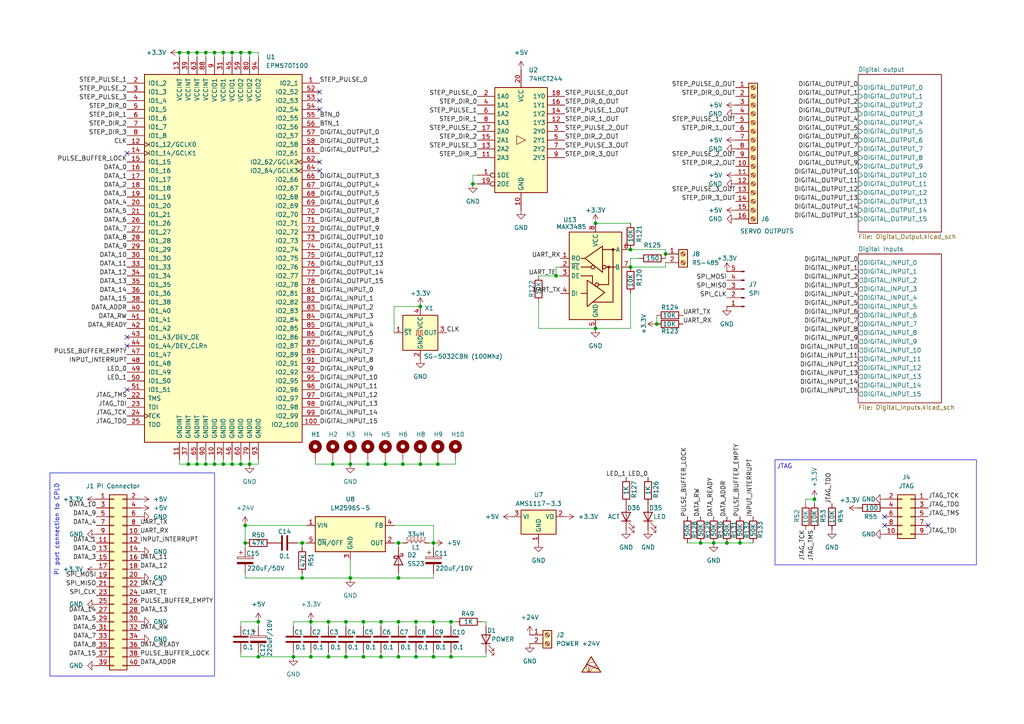
<source format=kicad_sch>
(kicad_sch (version 20231120) (generator "eeschema") (generator_version "8.0")
  (paper "A4")
  (junction (at 161.29 80.01))
  (junction (at 115.57 180.34))
  (junction (at 210.82 157.48))
  (junction (at 121.92 134.62))
  (junction (at 115.57 157.48))
  (junction (at 72.39 134.62))
  (junction (at 62.23 15.24))
  (junction (at 130.81 180.34))
  (junction (at 214.63 157.48))
  (junction (at 64.77 134.62))
  (junction (at 130.81 190.5))
  (junction (at 182.88 72.39))
  (junction (at 172.72 95.25))
  (junction (at 67.31 15.24))
  (junction (at 236.22 144.78))
  (junction (at 190.5 93.98))
  (junction (at 59.69 134.62))
  (junction (at 62.23 134.62))
  (junction (at 105.41 190.5))
  (junction (at 71.12 157.48))
  (junction (at 110.49 180.34))
  (junction (at 95.25 180.34))
  (junction (at 57.15 15.24))
  (junction (at 74.93 180.34))
  (junction (at 57.15 134.62))
  (junction (at 95.25 190.5))
  (junction (at 125.73 190.5))
  (junction (at 127 134.62))
  (junction (at 116.84 134.62))
  (junction (at 90.17 180.34))
  (junction (at 106.68 134.62))
  (junction (at 111.76 134.62))
  (junction (at 54.61 134.62))
  (junction (at 69.85 15.24))
  (junction (at 67.31 134.62))
  (junction (at 182.88 77.47))
  (junction (at 101.6 167.64))
  (junction (at 72.39 15.24))
  (junction (at 74.93 190.5))
  (junction (at 120.65 180.34))
  (junction (at 69.85 134.62))
  (junction (at 137.16 53.34))
  (junction (at 90.17 190.5))
  (junction (at 115.57 167.64))
  (junction (at 85.09 190.5))
  (junction (at 207.01 157.48))
  (junction (at 115.57 190.5))
  (junction (at 125.73 157.48))
  (junction (at 100.33 190.5))
  (junction (at 101.6 134.62))
  (junction (at 203.2 157.48))
  (junction (at 172.72 64.77))
  (junction (at 105.41 180.34))
  (junction (at 64.77 15.24))
  (junction (at 121.92 88.9))
  (junction (at 87.63 157.48))
  (junction (at 125.73 180.34))
  (junction (at 100.33 180.34))
  (junction (at 110.49 190.5))
  (junction (at 59.69 15.24))
  (junction (at 54.61 15.24))
  (junction (at 52.07 15.24))
  (junction (at 120.65 190.5))
  (junction (at 87.63 167.64))
  (junction (at 96.52 134.62))
  (junction (at 71.12 152.4))
  (junction (at 193.04 73.66))
  (no_connect (at 92.71 46.99))
  (no_connect (at 256.54 149.86))
  (no_connect (at 92.71 26.67))
  (no_connect (at 36.83 100.33))
  (no_connect (at 36.83 113.03))
  (no_connect (at 92.71 29.21))
  (no_connect (at 36.83 44.45))
  (no_connect (at 92.71 31.75))
  (no_connect (at 269.24 152.4))
  (no_connect (at 256.54 152.4))
  (no_connect (at 92.71 49.53))
  (no_connect (at 36.83 97.79))
  (wire (pts (xy 100.33 190.5) (xy 105.41 190.5)))
  (wire (pts (xy 132.08 134.62) (xy 132.08 133.35)))
  (wire (pts (xy 172.72 95.25) (xy 156.21 95.25)))
  (wire (pts (xy 85.09 190.5) (xy 90.17 190.5)))
  (wire (pts (xy 172.72 64.77) (xy 182.88 64.77)))
  (wire (pts (xy 130.81 180.34) (xy 130.81 181.61)))
  (wire (pts (xy 203.2 157.48) (xy 207.01 157.48)))
  (wire (pts (xy 137.16 50.8) (xy 137.16 53.34)))
  (wire (pts (xy 114.3 152.4) (xy 125.73 152.4)))
  (wire (pts (xy 116.84 134.62) (xy 121.92 134.62)))
  (wire (pts (xy 96.52 134.62) (xy 101.6 134.62)))
  (wire (pts (xy 90.17 180.34) (xy 95.25 180.34)))
  (wire (pts (xy 110.49 189.23) (xy 110.49 190.5)))
  (wire (pts (xy 130.81 190.5) (xy 140.97 190.5)))
  (wire (pts (xy 125.73 180.34) (xy 125.73 181.61)))
  (wire (pts (xy 64.77 15.24) (xy 67.31 15.24)))
  (wire (pts (xy 69.85 180.34) (xy 74.93 180.34)))
  (wire (pts (xy 52.07 15.24) (xy 54.61 15.24)))
  (wire (pts (xy 115.57 167.64) (xy 125.73 167.64)))
  (wire (pts (xy 130.81 180.34) (xy 132.08 180.34)))
  (wire (pts (xy 114.3 157.48) (xy 115.57 157.48)))
  (wire (pts (xy 130.81 190.5) (xy 130.81 189.23)))
  (wire (pts (xy 95.25 189.23) (xy 95.25 190.5)))
  (wire (pts (xy 182.88 72.39) (xy 193.04 72.39)))
  (wire (pts (xy 140.97 180.34) (xy 140.97 181.61)))
  (wire (pts (xy 125.73 190.5) (xy 130.81 190.5)))
  (wire (pts (xy 52.07 134.62) (xy 54.61 134.62)))
  (wire (pts (xy 127 134.62) (xy 132.08 134.62)))
  (wire (pts (xy 236.22 144.78) (xy 236.22 146.05)))
  (wire (pts (xy 161.29 77.47) (xy 161.29 80.01)))
  (wire (pts (xy 71.12 157.48) (xy 71.12 158.75)))
  (wire (pts (xy 87.63 157.48) (xy 87.63 158.75)))
  (wire (pts (xy 74.93 189.23) (xy 74.93 190.5)))
  (wire (pts (xy 71.12 152.4) (xy 71.12 157.48)))
  (wire (pts (xy 52.07 16.51) (xy 52.07 15.24)))
  (wire (pts (xy 62.23 134.62) (xy 64.77 134.62)))
  (wire (pts (xy 114.3 88.9) (xy 114.3 96.52)))
  (wire (pts (xy 182.88 77.47) (xy 193.04 77.47)))
  (wire (pts (xy 156.21 80.01) (xy 161.29 80.01)))
  (wire (pts (xy 162.56 77.47) (xy 161.29 77.47)))
  (wire (pts (xy 120.65 189.23) (xy 120.65 190.5)))
  (wire (pts (xy 101.6 134.62) (xy 106.68 134.62)))
  (wire (pts (xy 182.88 95.25) (xy 172.72 95.25)))
  (wire (pts (xy 62.23 15.24) (xy 64.77 15.24)))
  (wire (pts (xy 125.73 157.48) (xy 125.73 158.75)))
  (wire (pts (xy 120.65 180.34) (xy 120.65 181.61)))
  (wire (pts (xy 64.77 134.62) (xy 67.31 134.62)))
  (wire (pts (xy 100.33 180.34) (xy 105.41 180.34)))
  (wire (pts (xy 59.69 15.24) (xy 59.69 16.51)))
  (wire (pts (xy 87.63 157.48) (xy 88.9 157.48)))
  (wire (pts (xy 69.85 133.35) (xy 69.85 134.62)))
  (wire (pts (xy 74.93 133.35) (xy 74.93 134.62)))
  (wire (pts (xy 72.39 133.35) (xy 72.39 134.62)))
  (wire (pts (xy 110.49 180.34) (xy 115.57 180.34)))
  (wire (pts (xy 54.61 134.62) (xy 57.15 134.62)))
  (wire (pts (xy 91.44 133.35) (xy 91.44 134.62)))
  (wire (pts (xy 67.31 133.35) (xy 67.31 134.62)))
  (wire (pts (xy 90.17 180.34) (xy 90.17 181.61)))
  (wire (pts (xy 64.77 133.35) (xy 64.77 134.62)))
  (wire (pts (xy 59.69 15.24) (xy 62.23 15.24)))
  (wire (pts (xy 106.68 134.62) (xy 111.76 134.62)))
  (wire (pts (xy 71.12 167.64) (xy 87.63 167.64)))
  (wire (pts (xy 67.31 15.24) (xy 67.31 16.51)))
  (wire (pts (xy 96.52 133.35) (xy 96.52 134.62)))
  (wire (pts (xy 72.39 134.62) (xy 74.93 134.62)))
  (wire (pts (xy 67.31 15.24) (xy 69.85 15.24)))
  (wire (pts (xy 105.41 180.34) (xy 105.41 181.61)))
  (wire (pts (xy 57.15 15.24) (xy 57.15 16.51)))
  (wire (pts (xy 137.16 53.34) (xy 138.43 53.34)))
  (wire (pts (xy 125.73 157.48) (xy 124.46 157.48)))
  (wire (pts (xy 116.84 133.35) (xy 116.84 134.62)))
  (wire (pts (xy 138.43 50.8) (xy 137.16 50.8)))
  (wire (pts (xy 69.85 181.61) (xy 69.85 180.34)))
  (wire (pts (xy 182.88 85.09) (xy 182.88 95.25)))
  (wire (pts (xy 120.65 190.5) (xy 125.73 190.5)))
  (wire (pts (xy 207.01 157.48) (xy 210.82 157.48)))
  (wire (pts (xy 125.73 180.34) (xy 130.81 180.34)))
  (wire (pts (xy 59.69 134.62) (xy 62.23 134.62)))
  (wire (pts (xy 125.73 167.64) (xy 125.73 166.37)))
  (wire (pts (xy 69.85 15.24) (xy 69.85 16.51)))
  (wire (pts (xy 105.41 189.23) (xy 105.41 190.5)))
  (wire (pts (xy 69.85 190.5) (xy 74.93 190.5)))
  (wire (pts (xy 91.44 134.62) (xy 96.52 134.62)))
  (wire (pts (xy 193.04 74.93) (xy 193.04 73.66)))
  (wire (pts (xy 57.15 134.62) (xy 59.69 134.62)))
  (wire (pts (xy 100.33 180.34) (xy 100.33 181.61)))
  (wire (pts (xy 111.76 133.35) (xy 111.76 134.62)))
  (wire (pts (xy 90.17 189.23) (xy 90.17 190.5)))
  (wire (pts (xy 71.12 166.37) (xy 71.12 167.64)))
  (wire (pts (xy 233.68 144.78) (xy 236.22 144.78)))
  (wire (pts (xy 101.6 162.56) (xy 101.6 167.64)))
  (wire (pts (xy 85.09 189.23) (xy 85.09 190.5)))
  (wire (pts (xy 69.85 189.23) (xy 69.85 190.5)))
  (wire (pts (xy 52.07 133.35) (xy 52.07 134.62)))
  (wire (pts (xy 193.04 77.47) (xy 193.04 76.2)))
  (wire (pts (xy 95.25 190.5) (xy 100.33 190.5)))
  (wire (pts (xy 110.49 180.34) (xy 110.49 181.61)))
  (wire (pts (xy 105.41 180.34) (xy 110.49 180.34)))
  (wire (pts (xy 62.23 15.24) (xy 62.23 16.51)))
  (wire (pts (xy 74.93 181.61) (xy 74.93 180.34)))
  (wire (pts (xy 88.9 152.4) (xy 71.12 152.4)))
  (wire (pts (xy 87.63 166.37) (xy 87.63 167.64)))
  (wire (pts (xy 190.5 93.98) (xy 190.5 91.44)))
  (wire (pts (xy 156.21 95.25) (xy 156.21 87.63)))
  (wire (pts (xy 214.63 157.48) (xy 218.44 157.48)))
  (wire (pts (xy 54.61 133.35) (xy 54.61 134.62)))
  (wire (pts (xy 115.57 157.48) (xy 115.57 158.75)))
  (wire (pts (xy 67.31 134.62) (xy 69.85 134.62)))
  (wire (pts (xy 199.39 157.48) (xy 203.2 157.48)))
  (wire (pts (xy 86.36 157.48) (xy 87.63 157.48)))
  (wire (pts (xy 182.88 74.93) (xy 182.88 77.47)))
  (wire (pts (xy 95.25 180.34) (xy 100.33 180.34)))
  (wire (pts (xy 125.73 152.4) (xy 125.73 157.48)))
  (wire (pts (xy 120.65 180.34) (xy 125.73 180.34)))
  (wire (pts (xy 185.42 74.93) (xy 182.88 74.93)))
  (wire (pts (xy 121.92 88.9) (xy 114.3 88.9)))
  (wire (pts (xy 110.49 190.5) (xy 115.57 190.5)))
  (wire (pts (xy 125.73 189.23) (xy 125.73 190.5)))
  (wire (pts (xy 95.25 180.34) (xy 95.25 181.61)))
  (wire (pts (xy 140.97 190.5) (xy 140.97 189.23)))
  (wire (pts (xy 85.09 180.34) (xy 85.09 181.61)))
  (wire (pts (xy 233.68 146.05) (xy 233.68 144.78)))
  (wire (pts (xy 115.57 180.34) (xy 120.65 180.34)))
  (wire (pts (xy 127 133.35) (xy 127 134.62)))
  (wire (pts (xy 64.77 15.24) (xy 64.77 16.51)))
  (wire (pts (xy 193.04 72.39) (xy 193.04 73.66)))
  (wire (pts (xy 161.29 80.01) (xy 162.56 80.01)))
  (wire (pts (xy 115.57 190.5) (xy 120.65 190.5)))
  (wire (pts (xy 85.09 180.34) (xy 90.17 180.34)))
  (wire (pts (xy 115.57 180.34) (xy 115.57 181.61)))
  (wire (pts (xy 54.61 15.24) (xy 54.61 16.51)))
  (wire (pts (xy 111.76 134.62) (xy 116.84 134.62)))
  (wire (pts (xy 106.68 133.35) (xy 106.68 134.62)))
  (wire (pts (xy 57.15 133.35) (xy 57.15 134.62)))
  (wire (pts (xy 139.7 180.34) (xy 140.97 180.34)))
  (wire (pts (xy 115.57 189.23) (xy 115.57 190.5)))
  (wire (pts (xy 74.93 190.5) (xy 85.09 190.5)))
  (wire (pts (xy 72.39 15.24) (xy 72.39 16.51)))
  (wire (pts (xy 101.6 167.64) (xy 115.57 167.64)))
  (wire (pts (xy 115.57 157.48) (xy 116.84 157.48)))
  (wire (pts (xy 74.93 15.24) (xy 74.93 16.51)))
  (wire (pts (xy 115.57 167.64) (xy 115.57 166.37)))
  (wire (pts (xy 72.39 15.24) (xy 74.93 15.24)))
  (wire (pts (xy 90.17 190.5) (xy 95.25 190.5)))
  (wire (pts (xy 54.61 15.24) (xy 57.15 15.24)))
  (wire (pts (xy 121.92 133.35) (xy 121.92 134.62)))
  (wire (pts (xy 210.82 157.48) (xy 214.63 157.48)))
  (wire (pts (xy 69.85 134.62) (xy 72.39 134.62)))
  (wire (pts (xy 59.69 133.35) (xy 59.69 134.62)))
  (wire (pts (xy 121.92 134.62) (xy 127 134.62)))
  (wire (pts (xy 87.63 167.64) (xy 101.6 167.64)))
  (wire (pts (xy 62.23 133.35) (xy 62.23 134.62)))
  (wire (pts (xy 57.15 15.24) (xy 59.69 15.24)))
  (wire (pts (xy 101.6 133.35) (xy 101.6 134.62)))
  (wire (pts (xy 105.41 190.5) (xy 110.49 190.5)))
  (wire (pts (xy 69.85 15.24) (xy 72.39 15.24)))
  (wire (pts (xy 100.33 189.23) (xy 100.33 190.5)))
  (rectangle (start 224.79 133.35) (end 283.21 163.83))
  (rectangle (start 14.478 137.16) (end 62.23 196.088))
  (text "PI port connection to CPLD" (at 16.51 153.67 90) (effects (font (size 1.27 1.27))))
  (text "JTAG" (at 227.584 135.382 0) (effects (font (size 1.27 1.27))))
  (label "DATA_6" (at 36.83 64.77 180))
  (label "DIGITAL_INPUT_11" (at 248.92 104.14 180))
  (label "DATA_13" (at 36.83 82.55 180))
  (label "DIGITAL_INPUT_13" (at 92.71 118.11 0))
  (label "DIGITAL_OUTPUT_9" (at 248.92 48.26 180))
  (label "JTAG_TCK" (at 233.68 153.67 270))
  (label "PULSE_BUFFER_EMPTY" (at 36.83 102.87 180))
  (label "STEP_DIR_1" (at 138.43 35.56 180))
  (label "DIGITAL_OUTPUT_14" (at 92.71 80.01 0))
  (label "DIGITAL_INPUT_12" (at 92.71 115.57 0))
  (label "DIGITAL_OUTPUT_3" (at 92.71 52.07 0))
  (label "DIGITAL_OUTPUT_7" (at 248.92 43.18 180))
  (label "STEP_PULSE_0_OUT" (at 213.36 25.4 180))
  (label "DIGITAL_OUTPUT_8" (at 248.92 45.72 180))
  (label "DATA_2" (at 36.83 54.61 180))
  (label "STEP_PULSE_3_OUT" (at 213.36 55.88 180))
  (label "STEP_DIR_2" (at 36.83 36.83 180))
  (label "DIGITAL_INPUT_7" (at 248.92 93.98 180))
  (label "JTAG_TDI" (at 36.83 118.11 180))
  (label "DIGITAL_INPUT_8" (at 248.92 96.52 180))
  (label "DIGITAL_OUTPUT_11" (at 248.92 53.34 180))
  (label "DIGITAL_INPUT_0" (at 92.71 85.09 0))
  (label "DIGITAL_OUTPUT_10" (at 92.71 69.85 0))
  (label "PULSE_BUFFER_EMPTY" (at 214.63 149.86 90))
  (label "JTAG_TCK" (at 269.24 144.78 0))
  (label "DIGITAL_OUTPUT_13" (at 248.92 58.42 180))
  (label "DIGITAL_INPUT_13" (at 248.92 109.22 180))
  (label "STEP_DIR_2_OUT" (at 213.36 48.26 180))
  (label "STEP_DIR_1" (at 36.83 34.29 180))
  (label "JTAG_TDO" (at 36.83 123.19 180))
  (label "DATA_2" (at 40.64 170.18 0))
  (label "STEP_DIR_3" (at 138.43 45.72 180))
  (label "PULSE_BUFFER_LOCK" (at 40.64 190.5 0))
  (label "STEP_PULSE_2" (at 36.83 26.67 180))
  (label "DATA_ADDR" (at 36.83 90.17 180))
  (label "INPUT_INTERRUPT" (at 36.83 105.41 180))
  (label "DIGITAL_OUTPUT_12" (at 248.92 55.88 180))
  (label "DATA_7" (at 36.83 67.31 180))
  (label "PULSE_BUFFER_LOCK" (at 199.39 149.86 90))
  (label "UART_TX" (at 162.56 85.09 180))
  (label "DIGITAL_OUTPUT_8" (at 92.71 64.77 0))
  (label "INPUT_INTERRUPT" (at 40.64 157.48 0))
  (label "DATA_ADDR" (at 40.64 193.04 0))
  (label "DATA_6" (at 27.94 182.88 180))
  (label "UART_TX" (at 198.12 91.44 0))
  (label "DIGITAL_INPUT_10" (at 92.71 110.49 0))
  (label "STEP_PULSE_1_OUT" (at 163.83 33.02 0))
  (label "DIGITAL_INPUT_11" (at 92.71 113.03 0))
  (label "STEP_DIR_2_OUT" (at 163.83 40.64 0))
  (label "STEP_DIR_3_OUT" (at 213.36 58.42 180))
  (label "LED_1" (at 36.83 110.49 180))
  (label "STEP_PULSE_0" (at 92.71 24.13 0))
  (label "DIGITAL_INPUT_14" (at 248.92 111.76 180))
  (label "DIGITAL_INPUT_1" (at 92.71 87.63 0))
  (label "DIGITAL_OUTPUT_2" (at 248.92 30.48 180))
  (label "DIGITAL_INPUT_1" (at 248.92 78.74 180))
  (label "DATA_RW" (at 203.2 149.86 90))
  (label "DATA_3" (at 27.94 162.56 180))
  (label "DIGITAL_INPUT_10" (at 248.92 101.6 180))
  (label "STEP_DIR_0_OUT" (at 163.83 30.48 0))
  (label "DIGITAL_INPUT_6" (at 92.71 100.33 0))
  (label "DATA_15" (at 27.94 190.5 180))
  (label "STEP_DIR_1_OUT" (at 163.83 35.56 0))
  (label "DIGITAL_OUTPUT_10" (at 248.92 50.8 180))
  (label "UART_RX" (at 40.64 154.94 0))
  (label "STEP_DIR_0" (at 138.43 30.48 180))
  (label "DATA_RW" (at 36.83 92.71 180))
  (label "DATA_10" (at 27.94 147.32 180))
  (label "STEP_DIR_0_OUT" (at 213.36 27.94 180))
  (label "DIGITAL_INPUT_7" (at 92.71 102.87 0))
  (label "DIGITAL_OUTPUT_5" (at 248.92 38.1 180))
  (label "SPI_CLK" (at 27.94 172.72 180))
  (label "DIGITAL_OUTPUT_13" (at 92.71 77.47 0))
  (label "DIGITAL_INPUT_9" (at 92.71 107.95 0))
  (label "DATA_5" (at 36.83 62.23 180))
  (label "BTN_0" (at 92.71 34.29 0))
  (label "JTAG_TMS" (at 236.22 153.67 270))
  (label "DIGITAL_INPUT_15" (at 92.71 123.19 0))
  (label "UART_RX" (at 198.12 93.98 0))
  (label "DIGITAL_OUTPUT_1" (at 248.92 27.94 180))
  (label "DATA_8" (at 27.94 187.96 180))
  (label "STEP_PULSE_1" (at 36.83 24.13 180))
  (label "DIGITAL_OUTPUT_1" (at 92.71 41.91 0))
  (label "CLK" (at 129.54 96.52 0))
  (label "DATA_12" (at 40.64 165.1 0))
  (label "STEP_PULSE_3" (at 138.43 43.18 180))
  (label "DIGITAL_OUTPUT_9" (at 92.71 67.31 0))
  (label "DATA_4" (at 27.94 152.4 180))
  (label "DATA_5" (at 27.94 180.34 180))
  (label "DATA_12" (at 36.83 80.01 180))
  (label "CLK" (at 36.83 41.91 180))
  (label "STEP_DIR_3" (at 36.83 39.37 180))
  (label "DATA_15" (at 36.83 87.63 180))
  (label "DIGITAL_INPUT_14" (at 92.71 120.65 0))
  (label "DATA_8" (at 36.83 69.85 180))
  (label "SPI_MOSI" (at 210.82 81.28 180))
  (label "UART_RX" (at 162.56 74.93 180))
  (label "DIGITAL_INPUT_3" (at 248.92 83.82 180))
  (label "DIGITAL_OUTPUT_12" (at 92.71 74.93 0))
  (label "DATA_1" (at 27.94 157.48 180))
  (label "SPI_CLK" (at 210.82 86.36 180))
  (label "DIGITAL_INPUT_8" (at 92.71 105.41 0))
  (label "STEP_DIR_0" (at 36.83 31.75 180))
  (label "DIGITAL_OUTPUT_15" (at 248.92 63.5 180))
  (label "JTAG_TMS" (at 269.24 149.86 0))
  (label "DATA_RW" (at 40.64 182.88 0))
  (label "STEP_PULSE_3_OUT" (at 163.83 43.18 0))
  (label "DIGITAL_OUTPUT_5" (at 92.71 57.15 0))
  (label "DATA_9" (at 27.94 149.86 180))
  (label "SPI_MOSI" (at 27.94 167.64 180))
  (label "JTAG_TMS" (at 36.83 115.57 180))
  (label "DIGITAL_INPUT_3" (at 92.71 92.71 0))
  (label "STEP_PULSE_0" (at 138.43 27.94 180))
  (label "DIGITAL_OUTPUT_0" (at 92.71 39.37 0))
  (label "DIGITAL_INPUT_4" (at 248.92 86.36 180))
  (label "DATA_3" (at 36.83 57.15 180))
  (label "DATA_13" (at 40.64 177.8 0))
  (label "DIGITAL_OUTPUT_15" (at 92.71 82.55 0))
  (label "DATA_4" (at 36.83 59.69 180))
  (label "DIGITAL_OUTPUT_4" (at 248.92 35.56 180))
  (label "STEP_PULSE_2_OUT" (at 163.83 38.1 0))
  (label "DIGITAL_INPUT_9" (at 248.92 99.06 180))
  (label "BTN_1" (at 92.71 36.83 0))
  (label "DIGITAL_OUTPUT_3" (at 248.92 33.02 180))
  (label "STEP_PULSE_2" (at 138.43 38.1 180))
  (label "DIGITAL_OUTPUT_11" (at 92.71 72.39 0))
  (label "DATA_14" (at 36.83 85.09 180))
  (label "DIGITAL_OUTPUT_0" (at 248.92 25.4 180))
  (label "DIGITAL_OUTPUT_14" (at 248.92 60.96 180))
  (label "PULSE_BUFFER_EMPTY" (at 40.64 175.26 0))
  (label "LED_1" (at 181.61 138.43 180))
  (label "DIGITAL_INPUT_4" (at 92.71 95.25 0))
  (label "INPUT_INTERRUPT" (at 218.44 149.86 90))
  (label "DATA_14" (at 27.94 177.8 180))
  (label "DIGITAL_INPUT_2" (at 92.71 90.17 0))
  (label "DATA_1" (at 36.83 52.07 180))
  (label "DATA_0" (at 36.83 49.53 180))
  (label "DATA_READY" (at 40.64 187.96 0))
  (label "DATA_0" (at 27.94 160.02 180))
  (label "STEP_PULSE_1" (at 138.43 33.02 180))
  (label "DIGITAL_OUTPUT_6" (at 92.71 59.69 0))
  (label "DATA_11" (at 36.83 77.47 180))
  (label "PULSE_BUFFER_LOCK" (at 36.83 46.99 180))
  (label "JTAG_TDO" (at 241.3 146.05 90))
  (label "DATA_READY" (at 36.83 95.25 180))
  (label "DIGITAL_INPUT_0" (at 248.92 76.2 180))
  (label "STEP_PULSE_1_OUT" (at 213.36 35.56 180))
  (label "STEP_PULSE_0_OUT" (at 163.83 27.94 0))
  (label "DIGITAL_INPUT_2" (at 248.92 81.28 180))
  (label "DATA_7" (at 27.94 185.42 180))
  (label "DIGITAL_INPUT_5" (at 92.71 97.79 0))
  (label "UART_TE" (at 40.64 172.72 0))
  (label "STEP_DIR_2" (at 138.43 40.64 180))
  (label "DIGITAL_INPUT_12" (at 248.92 106.68 180))
  (label "UART_TX" (at 40.64 152.4 0))
  (label "DIGITAL_OUTPUT_7" (at 92.71 62.23 0))
  (label "STEP_DIR_3_OUT" (at 163.83 45.72 0))
  (label "DATA_10" (at 36.83 74.93 180))
  (label "LED_0" (at 187.96 138.43 180))
  (label "LED_0" (at 36.83 107.95 180))
  (label "DIGITAL_INPUT_6" (at 248.92 91.44 180))
  (label "UART_TE" (at 161.29 80.01 180))
  (label "STEP_PULSE_3" (at 36.83 29.21 180))
  (label "DATA_READY" (at 207.01 149.86 90))
  (label "DATA_11" (at 40.64 162.56 0))
  (label "SPI_MISO" (at 210.82 83.82 180))
  (label "DATA_9" (at 36.83 72.39 180))
  (label "STEP_DIR_1_OUT" (at 213.36 38.1 180))
  (label "DIGITAL_OUTPUT_4" (at 92.71 54.61 0))
  (label "SPI_MISO" (at 27.94 170.18 180))
  (label "JTAG_TCK" (at 36.83 120.65 180))
  (label "DIGITAL_OUTPUT_2" (at 92.71 44.45 0))
  (label "DATA_ADDR" (at 210.82 149.86 90))
  (label "JTAG_TDI" (at 269.24 154.94 0))
  (label "STEP_PULSE_2_OUT" (at 213.36 45.72 180))
  (label "DIGITAL_OUTPUT_6" (at 248.92 40.64 180))
  (label "DIGITAL_INPUT_15" (at 248.92 114.3 180))
  (label "JTAG_TDO" (at 269.24 147.32 0))
  (label "DIGITAL_INPUT_5" (at 248.92 88.9 180))
  (symbol (lib_id "Mechanical:MountingHole_Pad") (at 111.76 130.81 0) (unit 1) (exclude_from_sim yes) (in_bom no)
    (property "Reference" "H5" (at 110.49 125.984 0) (effects (justify left)))
    (property "Value" "MountingHole_Pad" (effects (hide yes)))
    (property "Footprint" "MountingHole:MountingHole_2.7mm_M2.5_ISO7380_Pad" (effects (hide yes)))
    (property "Description" "Mounting Hole with connection" (effects (hide yes)))
  )
  (symbol (lib_id "power:GND") (at 213.36 63.5 270) (unit 1)
    (property "Reference" "#PWR076" (effects (hide yes)))
    (property "Value" "GND" (at 209.55 63.4999 90) (effects (justify right)))
    (property "Description" "Power symbol creates a global label with name \"GND\" , ground" (effects (hide yes)))
  )
  (symbol (lib_id "Device:R") (at 156.21 83.82 0) (unit 1)
    (property "Reference" "R122" (at 154.178 86.36 90) (effects (justify left)))
    (property "Value" "10K" (at 156.21 85.598 90) (effects (justify left)))
    (property "Footprint" "Resistor_SMD:R_0603_1608Metric" (effects (hide yes)))
    (property "Description" "Resistor" (effects (hide yes)))
  )
  (symbol (lib_id "Device:C") (at 130.81 185.42 0) (unit 1)
    (property "Reference" "C10" (at 131.064 183.388 0) (effects (justify left)))
    (property "Value" "0.1" (at 131.318 187.706 0) (effects (justify left)))
    (property "Footprint" "Capacitor_SMD:C_0603_1608Metric" (effects (hide yes)))
    (property "Description" "Unpolarized capacitor" (effects (hide yes)))
  )
  (symbol (lib_id "Device:LED") (at 181.61 149.86 90) (unit 1)
    (property "Reference" "D36" (at 181.864 147.32 90) (effects (justify right)))
    (property "Value" "ACT" (at 176.276 149.86 90) (effects (justify right)))
    (property "Footprint" "LED_SMD:LED_0603_1608Metric" (effects (hide yes)))
    (property "Description" "Light emitting diode" (effects (hide yes)))
  )
  (symbol (lib_id "Device:R") (at 203.2 153.67 0) (unit 1)
    (property "Reference" "R129" (at 205.232 156.21 90) (effects (justify left)))
    (property "Value" "50K" (at 203.2 155.702 90) (effects (justify left)))
    (property "Footprint" "Resistor_SMD:R_0603_1608Metric" (effects (hide yes)))
    (property "Description" "Resistor" (effects (hide yes)))
  )
  (symbol (lib_id "power:GND") (at 27.94 154.94 270) (unit 1)
    (property "Reference" "#PWR03" (effects (hide yes)))
    (property "Value" "GND" (at 24.13 154.9399 90) (effects (justify right)))
    (property "Description" "Power symbol creates a global label with name \"GND\" , ground" (effects (hide yes)))
  )
  (symbol (lib_id "Device:R") (at 187.96 142.24 0) (unit 1)
    (property "Reference" "R126" (at 190.246 141.986 90))
    (property "Value" "1K" (at 187.96 142.24 90))
    (property "Footprint" "Resistor_SMD:R_0603_1608Metric" (effects (hide yes)))
    (property "Description" "Resistor" (effects (hide yes)))
  )
  (symbol (lib_id "Device:R") (at 189.23 74.93 90) (unit 1)
    (property "Reference" "R125" (at 191.77 71.12 90) (effects (justify left)))
    (property "Value" "150" (at 191.262 74.93 90) (effects (justify left)))
    (property "Footprint" "Resistor_SMD:R_0603_1608Metric" (effects (hide yes)))
    (property "Description" "Resistor" (effects (hide yes)))
  )
  (symbol (lib_id "Device:R") (at 182.88 81.28 0) (unit 1)
    (property "Reference" "R120" (at 185.42 83.058 90) (effects (justify left)))
    (property "Value" "10K" (at 182.88 83.312 90) (effects (justify left)))
    (property "Footprint" "Resistor_SMD:R_0603_1608Metric" (effects (hide yes)))
    (property "Description" "Resistor" (effects (hide yes)))
  )
  (symbol (lib_id "power:GND") (at 40.64 180.34 90) (unit 1)
    (property "Reference" "#PWR09" (effects (hide yes)))
    (property "Value" "GND" (at 44.45 180.3399 90) (effects (justify right)))
    (property "Description" "Power symbol creates a global label with name \"GND\" , ground" (effects (hide yes)))
  )
  (symbol (lib_id "power:GND") (at 241.3 153.67 0) (unit 1)
    (property "Reference" "#PWR045" (effects (hide yes)))
    (property "Value" "GND" (at 241.3 158.75 0))
    (property "Description" "Power symbol creates a global label with name \"GND\" , ground" (effects (hide yes)))
  )
  (symbol (lib_id "power:GND") (at 27.94 193.04 270) (unit 1)
    (property "Reference" "#PWR07" (effects (hide yes)))
    (property "Value" "GND" (at 24.13 193.0399 90) (effects (justify right)))
    (property "Description" "Power symbol creates a global label with name \"GND\" , ground" (effects (hide yes)))
  )
  (symbol (lib_id "Device:R") (at 236.22 149.86 0) (unit 1)
    (property "Reference" "R53" (at 238.76 151.638 90) (effects (justify left)))
    (property "Value" "10K" (at 236.22 151.892 90) (effects (justify left)))
    (property "Footprint" "Resistor_SMD:R_0603_1608Metric" (effects (hide yes)))
    (property "Description" "Resistor" (effects (hide yes)))
  )
  (symbol (lib_id "power:+5V") (at 151.13 20.32 0) (unit 1)
    (property "Reference" "#PWR015" (effects (hide yes)))
    (property "Value" "+5V" (at 151.13 15.24 0))
    (property "Description" "Power symbol creates a global label with name \"+5V\"" (effects (hide yes)))
  )
  (symbol (lib_id "Device:C") (at 82.55 157.48 90) (unit 1)
    (property "Reference" "C14" (at 82.55 154.178 90))
    (property "Value" "0.1" (at 82.55 161.29 90))
    (property "Footprint" "Capacitor_SMD:C_0603_1608Metric" (effects (hide yes)))
    (property "Description" "Unpolarized capacitor" (effects (hide yes)))
  )
  (symbol (lib_id "power:+3.3V") (at 163.83 149.86 270) (unit 1)
    (property "Reference" "#PWR034" (effects (hide yes)))
    (property "Value" "+3.3V" (at 167.64 149.8599 90) (effects (justify left)))
    (property "Description" "Power symbol creates a global label with name \"+3.3V\"" (effects (hide yes)))
  )
  (symbol (lib_id "Device:LED") (at 187.96 149.86 90) (unit 1)
    (property "Reference" "D35" (at 188.214 147.32 90) (effects (justify right)))
    (property "Value" "LED" (at 189.484 149.86 90) (effects (justify right)))
    (property "Footprint" "LED_SMD:LED_0603_1608Metric" (effects (hide yes)))
    (property "Description" "Light emitting diode" (effects (hide yes)))
  )
  (symbol (lib_id "power:+24V") (at 153.67 184.15 0) (unit 1)
    (property "Reference" "#PWR039" (effects (hide yes)))
    (property "Value" "+24V" (at 153.67 179.07 0))
    (property "Description" "Power symbol creates a global label with name \"+24V\"" (effects (hide yes)))
  )
  (symbol (lib_id "Mechanical:MountingHole_Pad") (at 101.6 130.81 0) (unit 1) (exclude_from_sim yes) (in_bom no)
    (property "Reference" "H3" (at 100.33 125.984 0) (effects (justify left)))
    (property "Value" "MountingHole_Pad" (effects (hide yes)))
    (property "Footprint" "MountingHole:MountingHole_2.7mm_M2.5_ISO7380_Pad" (effects (hide yes)))
    (property "Description" "Mounting Hole with connection" (effects (hide yes)))
  )
  (symbol (lib_id "power:GND") (at 85.09 190.5 0) (unit 1)
    (property "Reference" "#PWR030" (effects (hide yes)))
    (property "Value" "GND" (at 85.09 195.58 0))
    (property "Description" "Power symbol creates a global label with name \"GND\" , ground" (effects (hide yes)))
  )
  (symbol (lib_id "Mechanical:MountingHole_Pad") (at 116.84 130.81 0) (unit 1) (exclude_from_sim yes) (in_bom no)
    (property "Reference" "H6" (at 115.57 125.984 0) (effects (justify left)))
    (property "Value" "MountingHole_Pad" (effects (hide yes)))
    (property "Footprint" "MountingHole:MountingHole_2.7mm_M2.5_ISO7380_Pad" (effects (hide yes)))
    (property "Description" "Mounting Hole with connection" (effects (hide yes)))
  )
  (symbol (lib_id "Device:C") (at 90.17 185.42 0) (unit 1)
    (property "Reference" "C2" (at 90.424 183.388 0) (effects (justify left)))
    (property "Value" "0.1" (at 90.678 187.706 0) (effects (justify left)))
    (property "Footprint" "Capacitor_SMD:C_0603_1608Metric" (effects (hide yes)))
    (property "Description" "Unpolarized capacitor" (effects (hide yes)))
  )
  (symbol (lib_id "Device:C_Polarized") (at 74.93 185.42 0) (unit 1)
    (property "Reference" "C12" (at 76.2 190.5 90) (effects (justify left)))
    (property "Value" "220uF/10V" (at 78.232 190.5 90) (effects (justify left)))
    (property "Footprint" "Capacitor_SMD:CP_Elec_6.3x7.7" (effects (hide yes)))
    (property "Description" "Polarized capacitor" (effects (hide yes)))
  )
  (symbol (lib_id "power:+3.3V") (at 27.94 144.78 90) (unit 1)
    (property "Reference" "#PWR01" (effects (hide yes)))
    (property "Value" "+3.3V" (at 24.13 144.7799 90) (effects (justify left)))
    (property "Description" "Power symbol creates a global label with name \"+3.3V\"" (effects (hide yes)))
  )
  (symbol (lib_id "Device:R") (at 194.31 91.44 90) (unit 1)
    (property "Reference" "R124" (at 196.85 89.154 90) (effects (justify left)))
    (property "Value" "10K" (at 196.088 91.44 90) (effects (justify left)))
    (property "Footprint" "Resistor_SMD:R_0603_1608Metric" (effects (hide yes)))
    (property "Description" "Resistor" (effects (hide yes)))
  )
  (symbol (lib_id "CPLD_Altera:EPM570T100") (at 64.77 74.93 0) (unit 1)
    (property "Reference" "U1" (at 77.1241 16.51 0) (effects (justify left)))
    (property "Value" "EPM570T100" (at 77.1241 19.05 0) (effects (justify left)))
    (property "Footprint" "Package_QFP:LQFP-100_14x14mm_P0.5mm" (effects (hide yes)))
    (property "Datasheet" "https://www.altera.com/content/dam/altera-www/global/en_US/pdfs/literature/hb/max2/max2_mii5v1.pdf" (effects (hide yes)))
    (property "Description" "Altera MAX2 CPLD with 570 LE" (effects (hide yes)))
  )
  (symbol (lib_id "power:+3.3V") (at 210.82 78.74 0) (unit 1)
    (property "Reference" "#PWR091" (effects (hide yes)))
    (property "Value" "+3.3V" (at 210.82 74.93 0))
    (property "Description" "Power symbol creates a global label with name \"+3.3V\"" (effects (hide yes)))
  )
  (symbol (lib_id "Device:R") (at 199.39 153.67 0) (unit 1)
    (property "Reference" "R128" (at 201.422 156.21 90) (effects (justify left)))
    (property "Value" "50K" (at 199.39 155.702 90) (effects (justify left)))
    (property "Footprint" "Resistor_SMD:R_0603_1608Metric" (effects (hide yes)))
    (property "Description" "Resistor" (effects (hide yes)))
  )
  (symbol (lib_id "Device:C") (at 120.65 185.42 0) (unit 1)
    (property "Reference" "C8" (at 120.904 183.388 0) (effects (justify left)))
    (property "Value" "0.1" (at 121.158 187.706 0) (effects (justify left)))
    (property "Footprint" "Capacitor_SMD:C_0603_1608Metric" (effects (hide yes)))
    (property "Description" "Unpolarized capacitor" (effects (hide yes)))
  )
  (symbol (lib_id "power:+3.3V") (at 52.07 15.24 90) (unit 1)
    (property "Reference" "#PWR014" (effects (hide yes)))
    (property "Value" "+3.3V" (at 48.26 15.2399 90) (effects (justify left)))
    (property "Description" "Power symbol creates a global label with name \"+3.3V\"" (effects (hide yes)))
  )
  (symbol (lib_id "power:+3.3V") (at 172.72 64.77 0) (unit 1)
    (property "Reference" "#PWR089" (effects (hide yes)))
    (property "Value" "+3.3V" (at 172.72 60.96 0))
    (property "Description" "Power symbol creates a global label with name \"+3.3V\"" (effects (hide yes)))
  )
  (symbol (lib_id "Device:C") (at 95.25 185.42 0) (unit 1)
    (property "Reference" "C3" (at 95.504 183.388 0) (effects (justify left)))
    (property "Value" "0.1" (at 95.758 187.706 0) (effects (justify left)))
    (property "Footprint" "Capacitor_SMD:C_0603_1608Metric" (effects (hide yes)))
    (property "Description" "Unpolarized capacitor" (effects (hide yes)))
  )
  (symbol (lib_id "Device:LED") (at 140.97 185.42 90) (unit 1)
    (property "Reference" "D1" (at 141.224 182.88 90) (effects (justify right)))
    (property "Value" "POWER" (at 142.494 185.42 90) (effects (justify right)))
    (property "Footprint" "LED_SMD:LED_0603_1608Metric" (effects (hide yes)))
    (property "Description" "Light emitting diode" (effects (hide yes)))
  )
  (symbol (lib_id "power:GND") (at 40.64 160.02 90) (unit 1)
    (property "Reference" "#PWR011" (effects (hide yes)))
    (property "Value" "GND" (at 44.45 160.0199 90) (effects (justify right)))
    (property "Description" "Power symbol creates a global label with name \"GND\" , ground" (effects (hide yes)))
  )
  (symbol (lib_id "Connector:Screw_Terminal_01x16") (at 218.44 43.18 0) (unit 1)
    (property "Reference" "J6" (at 220.726 63.5 0) (effects (justify left)))
    (property "Value" "SERVO OUTPUTS" (at 214.63 67.056 0) (effects (justify left)))
    (property "Footprint" "TerminalBlock:TerminalBlock_Xinya_XY308-2.54-16P_1x16_P2.54mm_Horizontal" (effects (hide yes)))
    (property "Description" "Generic screw terminal, single row, 01x16, script generated (kicad-library-utils/schlib/autogen/connector/)" (effects (hide yes)))
  )
  (symbol (lib_id "power:+5V") (at 213.36 30.48 90) (unit 1)
    (property "Reference" "#PWR069" (effects (hide yes)))
    (property "Value" "+5V" (at 209.55 30.4799 90) (effects (justify left)))
    (property "Description" "Power symbol creates a global label with name \"+5V\"" (effects (hide yes)))
  )
  (symbol (lib_id "Connector_Generic:Conn_02x05_Odd_Even") (at 264.16 149.86 0) (mirror y) (unit 1)
    (property "Reference" "J4" (at 262.89 138.43 0))
    (property "Value" "JTAG" (at 262.89 140.97 0))
    (property "Footprint" "Connector_IDC:IDC-Header_2x05_P2.54mm_Vertical" (effects (hide yes)))
    (property "Description" "Generic connector, double row, 02x05, odd/even pin numbering scheme (row 1 odd numbers, row 2 even numbers), script generated (kicad-library-utils/schlib/autogen/connector/)" (effects (hide yes)))
  )
  (symbol (lib_id "Device:R") (at 252.73 147.32 90) (unit 1)
    (property "Reference" "R55" (at 254.508 149.86 90) (effects (justify left)))
    (property "Value" "100" (at 254.762 147.32 90) (effects (justify left)))
    (property "Footprint" "Resistor_SMD:R_0603_1608Metric" (effects (hide yes)))
    (property "Description" "Resistor" (effects (hide yes)))
  )
  (symbol (lib_id "Device:C") (at 125.73 185.42 0) (unit 1)
    (property "Reference" "C9" (at 125.984 183.388 0) (effects (justify left)))
    (property "Value" "0.1" (at 126.238 187.706 0) (effects (justify left)))
    (property "Footprint" "Capacitor_SMD:C_0603_1608Metric" (effects (hide yes)))
    (property "Description" "Unpolarized capacitor" (effects (hide yes)))
  )
  (symbol (lib_id "power:GND") (at 40.64 167.64 90) (unit 1)
    (property "Reference" "#PWR010" (effects (hide yes)))
    (property "Value" "GND" (at 44.45 167.6399 90) (effects (justify right)))
    (property "Description" "Power symbol creates a global label with name \"GND\" , ground" (effects (hide yes)))
  )
  (symbol (lib_id "Mechanical:MountingHole_Pad") (at 132.08 130.81 0) (unit 1) (exclude_from_sim yes) (in_bom no)
    (property "Reference" "H10" (at 130.81 125.984 0) (effects (justify left)))
    (property "Value" "MountingHole_Pad" (effects (hide yes)))
    (property "Footprint" "MountingHole:MountingHole_3.2mm_M3_ISO7380_Pad" (effects (hide yes)))
    (property "Description" "Mounting Hole with connection" (effects (hide yes)))
  )
  (symbol (lib_id "power:+5V") (at 40.64 144.78 270) (unit 1)
    (property "Reference" "#PWR04" (effects (hide yes)))
    (property "Value" "+5V" (at 44.45 144.7799 90) (effects (justify left)))
    (property "Description" "Power symbol creates a global label with name \"+5V\"" (effects (hide yes)))
  )
  (symbol (lib_id "Oscillator:SG-5032CBN") (at 121.92 96.52 0) (unit 1)
    (property "Reference" "X1" (at 124.46 89.408 0))
    (property "Value" "SG-5032CBN (100Mhz)" (at 134.366 103.378 0))
    (property "Footprint" "Oscillator:Oscillator_SMD_SeikoEpson_SG8002LB-4Pin_5.0x3.2mm" (effects (hide yes)))
    (property "Datasheet" "https://support.epson.biz/td/api/doc_check.php?dl=brief_SG5032CBN&lang=en" (effects (hide yes)))
    (property "Description" "CMOS Clock Oscillator 80 to 170 MHz" (effects (hide yes)))
  )
  (symbol (lib_id "Device:R") (at 207.01 153.67 0) (unit 1)
    (property "Reference" "R130" (at 209.042 156.21 90) (effects (justify left)))
    (property "Value" "50K" (at 207.01 155.702 90) (effects (justify left)))
    (property "Footprint" "Resistor_SMD:R_0603_1608Metric" (effects (hide yes)))
    (property "Description" "Resistor" (effects (hide yes)))
  )
  (symbol (lib_id "Device:R") (at 182.88 68.58 0) (unit 1)
    (property "Reference" "R121" (at 185.42 70.358 90) (effects (justify left)))
    (property "Value" "10K" (at 182.88 70.358 90) (effects (justify left)))
    (property "Footprint" "Resistor_SMD:R_0603_1608Metric" (effects (hide yes)))
    (property "Description" "Resistor" (effects (hide yes)))
  )
  (symbol (lib_id "Device:R") (at 210.82 153.67 0) (unit 1)
    (property "Reference" "R131" (at 212.852 156.21 90) (effects (justify left)))
    (property "Value" "50K" (at 210.82 155.702 90) (effects (justify left)))
    (property "Footprint" "Resistor_SMD:R_0603_1608Metric" (effects (hide yes)))
    (property "Description" "Resistor" (effects (hide yes)))
  )
  (symbol (lib_id "Device:C") (at 69.85 185.42 0) (unit 1)
    (property "Reference" "C13" (at 70.104 183.388 0) (effects (justify left)))
    (property "Value" "0.1" (at 70.358 187.706 0) (effects (justify left)))
    (property "Footprint" "Capacitor_SMD:C_0603_1608Metric" (effects (hide yes)))
    (property "Description" "Unpolarized capacitor" (effects (hide yes)))
  )
  (symbol (lib_id "power:+3.3V") (at 90.17 180.34 0) (unit 1)
    (property "Reference" "#PWR031" (effects (hide yes)))
    (property "Value" "+3.3V" (at 90.17 175.26 0))
    (property "Description" "Power symbol creates a global label with name \"+3.3V\"" (effects (hide yes)))
  )
  (symbol (lib_id "power:GND") (at 207.01 157.48 0) (unit 1)
    (property "Reference" "#PWR096" (effects (hide yes)))
    (property "Value" "GND" (at 207.01 162.56 0))
    (property "Description" "Power symbol creates a global label with name \"GND\" , ground" (effects (hide yes)))
  )
  (symbol (lib_id "power:GND") (at 121.92 104.14 0) (unit 1)
    (property "Reference" "#PWR068" (effects (hide yes)))
    (property "Value" "GND" (at 121.92 109.22 0))
    (property "Description" "Power symbol creates a global label with name \"GND\" , ground" (effects (hide yes)))
  )
  (symbol (lib_id "Device:R") (at 218.44 153.67 0) (unit 1)
    (property "Reference" "R133" (at 220.472 156.21 90) (effects (justify left)))
    (property "Value" "50K" (at 218.44 155.702 90) (effects (justify left)))
    (property "Footprint" "Resistor_SMD:R_0603_1608Metric" (effects (hide yes)))
    (property "Description" "Resistor" (effects (hide yes)))
  )
  (symbol (lib_id "Device:R") (at 233.68 149.86 0) (unit 1)
    (property "Reference" "R52" (at 231.14 151.638 90) (effects (justify left)))
    (property "Value" "10K" (at 233.68 151.892 90) (effects (justify left)))
    (property "Footprint" "Resistor_SMD:R_0603_1608Metric" (effects (hide yes)))
    (property "Description" "Resistor" (effects (hide yes)))
  )
  (symbol (lib_id "power:+3.3V") (at 190.5 93.98 90) (unit 1)
    (property "Reference" "#PWR093" (effects (hide yes)))
    (property "Value" "+3.3V" (at 186.69 93.98 0))
    (property "Description" "Power symbol creates a global label with name \"+3.3V\"" (effects (hide yes)))
  )
  (symbol (lib_id "power:GND") (at 213.36 53.34 270) (unit 1)
    (property "Reference" "#PWR075" (effects (hide yes)))
    (property "Value" "GND" (at 209.55 53.3399 90) (effects (justify right)))
    (property "Description" "Power symbol creates a global label with name \"GND\" , ground" (effects (hide yes)))
  )
  (symbol (lib_id "74xx:74HCT244") (at 151.13 40.64 0) (unit 1)
    (property "Reference" "U2" (at 153.3241 20.32 0) (effects (justify left)))
    (property "Value" "74HCT244" (at 153.3241 22.86 0) (effects (justify left)))
    (property "Footprint" "Package_SO:Infineon_PG-DSO-20-32" (effects (hide yes)))
    (property "Datasheet" "https://assets.nexperia.com/documents/data-sheet/74HC_HCT244.pdf" (effects (hide yes)))
    (property "Description" "8-bit Buffer/Line Driver 3-state" (effects (hide yes)))
  )
  (symbol (lib_id "Diode:SS23") (at 115.57 162.56 270) (unit 1)
    (property "Reference" "D2" (at 118.11 160.9724 90) (effects (justify left)))
    (property "Value" "SS23" (at 118.11 163.5124 90) (effects (justify left)))
    (property "Footprint" "Diode_SMD:D_SMA" (effects (hide yes)))
    (property "Datasheet" "https://www.vishay.com/docs/88748/ss22.pdf" (effects (hide yes)))
    (property "Description" "30V 2A Schottky Diode, SMA" (effects (hide yes)))
  )
  (symbol (lib_id "Device:R") (at 74.93 157.48 90) (unit 1)
    (property "Reference" "R50" (at 74.93 155.194 90))
    (property "Value" "47K" (at 74.93 157.48 90))
    (property "Footprint" "Resistor_SMD:R_0603_1608Metric" (effects (hide yes)))
    (property "Description" "Resistor" (effects (hide yes)))
  )
  (symbol (lib_id "power:+3.3V") (at 248.92 147.32 90) (unit 1)
    (property "Reference" "#PWR043" (effects (hide yes)))
    (property "Value" "+3.3V" (at 249.428 145.034 90) (effects (justify left)))
    (property "Description" "Power symbol creates a global label with name \"+3.3V\"" (effects (hide yes)))
  )
  (symbol (lib_id "power:GND") (at 172.72 95.25 0) (unit 1)
    (property "Reference" "#PWR090" (effects (hide yes)))
    (property "Value" "GND" (at 172.72 100.33 0))
    (property "Description" "Power symbol creates a global label with name \"GND\" , ground" (effects (hide yes)))
  )
  (symbol (lib_id "power:GND") (at 210.82 88.9 0) (unit 1)
    (property "Reference" "#PWR092" (effects (hide yes)))
    (property "Value" "GND" (at 210.82 93.98 0))
    (property "Description" "Power symbol creates a global label with name \"GND\" , ground" (effects (hide yes)))
  )
  (symbol (lib_id "power:GND") (at 213.36 43.18 270) (unit 1)
    (property "Reference" "#PWR074" (effects (hide yes)))
    (property "Value" "GND" (at 209.55 43.1799 90) (effects (justify right)))
    (property "Description" "Power symbol creates a global label with name \"GND\" , ground" (effects (hide yes)))
  )
  (symbol (lib_id "Device:R") (at 194.31 93.98 90) (unit 1)
    (property "Reference" "R123" (at 196.85 96.012 90) (effects (justify left)))
    (property "Value" "10K" (at 196.088 93.98 90) (effects (justify left)))
    (property "Footprint" "Resistor_SMD:R_0603_1608Metric" (effects (hide yes)))
    (property "Description" "Resistor" (effects (hide yes)))
  )
  (symbol (lib_id "power:+3.3V") (at 121.92 88.9 0) (unit 1)
    (property "Reference" "#PWR067" (effects (hide yes)))
    (property "Value" "+3.3V" (at 121.92 85.09 0))
    (property "Description" "Power symbol creates a global label with name \"+3.3V\"" (effects (hide yes)))
  )
  (symbol (lib_id "Graphic:SYM_ESD_Small") (at 171.45 193.04 0) (unit 1) (exclude_from_sim yes) (in_bom no) (on_board no)
    (property "Reference" "#SYM1" (effects (hide yes)))
    (property "Value" "SYM_ESD_Small" (effects (hide yes)))
    (property "Description" "ESD warning/\"Do not touch\" symbol, small" (effects (hide yes)))
  )
  (symbol (lib_id "power:GND") (at 156.21 157.48 0) (unit 1)
    (property "Reference" "#PWR035" (effects (hide yes)))
    (property "Value" "GND" (at 156.21 162.56 0))
    (property "Description" "Power symbol creates a global label with name \"GND\" , ground" (effects (hide yes)))
  )
  (symbol (lib_id "Device:C") (at 110.49 185.42 0) (unit 1)
    (property "Reference" "C6" (at 110.744 183.388 0) (effects (justify left)))
    (property "Value" "0.1" (at 110.998 187.706 0) (effects (justify left)))
    (property "Footprint" "Capacitor_SMD:C_0603_1608Metric" (effects (hide yes)))
    (property "Description" "Unpolarized capacitor" (effects (hide yes)))
  )
  (symbol (lib_id "Mechanical:MountingHole_Pad") (at 91.44 130.81 0) (unit 1) (exclude_from_sim yes) (in_bom no)
    (property "Reference" "H1" (at 90.17 125.984 0) (effects (justify left)))
    (property "Value" "MountingHole_Pad" (effects (hide yes)))
    (property "Footprint" "MountingHole:MountingHole_2.7mm_M2.5_ISO7380_Pad" (effects (hide yes)))
    (property "Description" "Mounting Hole with connection" (effects (hide yes)))
  )
  (symbol (lib_id "Regulator_Switching:LM2596S-5") (at 101.6 154.94 0) (unit 1)
    (property "Reference" "U8" (at 101.6 144.78 0))
    (property "Value" "LM2596S-5" (at 101.6 147.32 0))
    (property "Footprint" "Package_TO_SOT_SMD:TO-263-5_TabPin3" (effects (hide yes)))
    (property "Datasheet" "http://www.ti.com/lit/ds/symlink/lm2596.pdf" (effects (hide yes)))
    (property "Description" "5V 3A Step-Down Voltage Regulator, TO-263" (effects (hide yes)))
  )
  (symbol (lib_id "Device:C") (at 115.57 185.42 0) (unit 1)
    (property "Reference" "C7" (at 115.824 183.388 0) (effects (justify left)))
    (property "Value" "0.1" (at 116.078 187.706 0) (effects (justify left)))
    (property "Footprint" "Capacitor_SMD:C_0603_1608Metric" (effects (hide yes)))
    (property "Description" "Unpolarized capacitor" (effects (hide yes)))
  )
  (symbol (lib_id "power:GND") (at 151.13 60.96 0) (unit 1)
    (property "Reference" "#PWR016" (effects (hide yes)))
    (property "Value" "GND" (at 151.13 66.04 0))
    (property "Description" "Power symbol creates a global label with name \"GND\" , ground" (effects (hide yes)))
  )
  (symbol (lib_id "Device:L_Ferrite") (at 120.65 157.48 90) (unit 1)
    (property "Reference" "L1" (at 120.65 158.75 90))
    (property "Value" "33uH" (at 120.65 154.94 90))
    (property "Footprint" "Inductor_SMD:L_10.4x10.4_H4.8" (effects (hide yes)))
    (property "Description" "Inductor with ferrite core" (effects (hide yes)))
  )
  (symbol (lib_id "power:GND") (at 137.16 53.34 0) (unit 1)
    (property "Reference" "#PWR017" (effects (hide yes)))
    (property "Value" "GND" (at 137.16 58.42 0))
    (property "Description" "Power symbol creates a global label with name \"GND\" , ground" (effects (hide yes)))
  )
  (symbol (lib_id "power:+5V") (at 213.36 60.96 90) (unit 1)
    (property "Reference" "#PWR072" (effects (hide yes)))
    (property "Value" "+5V" (at 209.55 60.9599 90) (effects (justify left)))
    (property "Description" "Power symbol creates a global label with name \"+5V\"" (effects (hide yes)))
  )
  (symbol (lib_id "Device:C") (at 85.09 185.42 0) (unit 1)
    (property "Reference" "C1" (at 85.344 183.388 0) (effects (justify left)))
    (property "Value" "0.1" (at 85.598 187.706 0) (effects (justify left)))
    (property "Footprint" "Capacitor_SMD:C_0603_1608Metric" (effects (hide yes)))
    (property "Description" "Unpolarized capacitor" (effects (hide yes)))
  )
  (symbol (lib_id "Connector:Screw_Terminal_01x02") (at 198.12 73.66 0) (unit 1)
    (property "Reference" "J8" (at 200.66 73.6599 0) (effects (justify left)))
    (property "Value" "RS-485" (at 200.66 76.1999 0) (effects (justify left)))
    (property "Footprint" "TerminalBlock:TerminalBlock_Xinya_XY308-2.54-2P_1x02_P2.54mm_Horizontal" (effects (hide yes)))
    (property "Description" "Generic screw terminal, single row, 01x02, script generated (kicad-library-utils/schlib/autogen/connector/)" (effects (hide yes)))
  )
  (symbol (lib_id "Mechanical:MountingHole_Pad") (at 106.68 130.81 0) (unit 1) (exclude_from_sim yes) (in_bom no)
    (property "Reference" "H4" (at 105.41 125.984 0) (effects (justify left)))
    (property "Value" "MountingHole_Pad" (effects (hide yes)))
    (property "Footprint" "MountingHole:MountingHole_2.7mm_M2.5_ISO7380_Pad" (effects (hide yes)))
    (property "Description" "Mounting Hole with connection" (effects (hide yes)))
  )
  (symbol (lib_id "Device:R") (at 135.89 180.34 90) (unit 1)
    (property "Reference" "R49" (at 135.636 178.054 90))
    (property "Value" "1K" (at 135.89 180.34 90))
    (property "Footprint" "Resistor_SMD:R_0603_1608Metric" (effects (hide yes)))
    (property "Description" "Resistor" (effects (hide yes)))
  )
  (symbol (lib_id "Device:R") (at 181.61 142.24 0) (unit 1)
    (property "Reference" "R127" (at 183.896 141.986 90))
    (property "Value" "1K" (at 181.61 142.24 90))
    (property "Footprint" "Resistor_SMD:R_0603_1608Metric" (effects (hide yes)))
    (property "Description" "Resistor" (effects (hide yes)))
  )
  (symbol (lib_id "power:+24V") (at 71.12 152.4 0) (unit 1)
    (property "Reference" "#PWR036" (effects (hide yes)))
    (property "Value" "+24V" (at 71.12 147.32 0))
    (property "Description" "Power symbol creates a global label with name \"+24V\"" (effects (hide yes)))
  )
  (symbol (lib_id "Connector_Generic:Conn_02x20_Odd_Even") (at 33.02 167.64 0) (unit 1)
    (property "Reference" "J1" (at 26.162 140.97 0))
    (property "Value" "PI Connector" (at 34.29 140.97 0))
    (property "Footprint" "Connector_PinSocket_2.54mm:PinSocket_2x20_P2.54mm_Vertical" (effects (hide yes)))
    (property "Description" "Generic connector, double row, 02x20, odd/even pin numbering scheme (row 1 odd numbers, row 2 even numbers), script generated (kicad-library-utils/schlib/autogen/connector/)" (effects (hide yes)))
  )
  (symbol (lib_id "power:+5V") (at 148.59 149.86 90) (unit 1)
    (property "Reference" "#PWR033" (effects (hide yes)))
    (property "Value" "+5V" (at 144.78 149.8599 90) (effects (justify left)))
    (property "Description" "Power symbol creates a global label with name \"+5V\"" (effects (hide yes)))
  )
  (symbol (lib_id "power:GND") (at 153.67 186.69 0) (unit 1)
    (property "Reference" "#PWR040" (effects (hide yes)))
    (property "Value" "GND" (at 153.67 191.77 0))
    (property "Description" "Power symbol creates a global label with name \"GND\" , ground" (effects (hide yes)))
  )
  (symbol (lib_id "power:GND") (at 101.6 167.64 0) (unit 1)
    (property "Reference" "#PWR037" (effects (hide yes)))
    (property "Value" "GND" (at 101.6 172.72 0))
    (property "Description" "Power symbol creates a global label with name \"GND\" , ground" (effects (hide yes)))
  )
  (symbol (lib_id "Device:C") (at 100.33 185.42 0) (unit 1)
    (property "Reference" "C4" (at 100.584 183.388 0) (effects (justify left)))
    (property "Value" "0.1" (at 100.838 187.706 0) (effects (justify left)))
    (property "Footprint" "Capacitor_SMD:C_0603_1608Metric" (effects (hide yes)))
    (property "Description" "Unpolarized capacitor" (effects (hide yes)))
  )
  (symbol (lib_id "Regulator_Linear:AMS1117-3.3") (at 156.21 149.86 0) (unit 1)
    (property "Reference" "U7" (at 156.21 143.51 0))
    (property "Value" "AMS1117-3.3" (at 156.21 146.05 0))
    (property "Footprint" "Package_TO_SOT_SMD:SOT-223-3_TabPin2" (effects (hide yes)))
    (property "Datasheet" "http://www.advanced-monolithic.com/pdf/ds1117.pdf" (effects (hide yes)))
    (property "Description" "1A Low Dropout regulator, positive, 3.3V fixed output, SOT-223" (effects (hide yes)))
  )
  (symbol (lib_id "Connector:Screw_Terminal_01x02") (at 158.75 184.15 0) (unit 1)
    (property "Reference" "J2" (at 161.29 184.1499 0) (effects (justify left)))
    (property "Value" "POWER +24V" (at 161.29 186.6899 0) (effects (justify left)))
    (property "Footprint" "TerminalBlock:TerminalBlock_Xinya_XY308-2.54-2P_1x02_P2.54mm_Horizontal" (effects (hide yes)))
    (property "Description" "Generic screw terminal, single row, 01x02, script generated (kicad-library-utils/schlib/autogen/connector/)" (effects (hide yes)))
  )
  (symbol (lib_id "power:GND") (at 256.54 154.94 270) (unit 1)
    (property "Reference" "#PWR046" (effects (hide yes)))
    (property "Value" "GND" (at 254 154.94 90) (effects (justify right)))
    (property "Description" "Power symbol creates a global label with name \"GND\" , ground" (effects (hide yes)))
  )
  (symbol (lib_id "power:+5V") (at 40.64 147.32 270) (unit 1)
    (property "Reference" "#PWR05" (effects (hide yes)))
    (property "Value" "+5V" (at 44.45 147.3199 90) (effects (justify left)))
    (property "Description" "Power symbol creates a global label with name \"+5V\"" (effects (hide yes)))
  )
  (symbol (lib_id "Mechanical:MountingHole_Pad") (at 127 130.81 0) (unit 1) (exclude_from_sim yes) (in_bom no)
    (property "Reference" "H9" (at 125.73 125.984 0) (effects (justify left)))
    (property "Value" "MountingHole_Pad" (effects (hide yes)))
    (property "Footprint" "MountingHole:MountingHole_3.2mm_M3_ISO7380_Pad" (effects (hide yes)))
    (property "Description" "Mounting Hole with connection" (effects (hide yes)))
  )
  (symbol (lib_id "Device:R") (at 87.63 162.56 0) (unit 1)
    (property "Reference" "R51" (at 90.17 164.338 90) (effects (justify left)))
    (property "Value" "47K" (at 87.884 164.592 90) (effects (justify left)))
    (property "Footprint" "Resistor_SMD:R_0603_1608Metric" (effects (hide yes)))
    (property "Description" "Resistor" (effects (hide yes)))
  )
  (symbol (lib_id "power:GND") (at 40.64 149.86 90) (unit 1)
    (property "Reference" "#PWR012" (effects (hide yes)))
    (property "Value" "GND" (at 44.45 149.8599 90) (effects (justify right)))
    (property "Description" "Power symbol creates a global label with name \"GND\" , ground" (effects (hide yes)))
  )
  (symbol (lib_id "power:GND") (at 40.64 185.42 90) (unit 1)
    (property "Reference" "#PWR08" (effects (hide yes)))
    (property "Value" "GND" (at 44.45 185.4199 90) (effects (justify right)))
    (property "Description" "Power symbol creates a global label with name \"GND\" , ground" (effects (hide yes)))
  )
  (symbol (lib_id "Interface_UART:MAX3485") (at 172.72 80.01 0) (unit 1)
    (property "Reference" "U13" (at 163.322 63.754 0) (effects (justify left)))
    (property "Value" "MAX3485" (at 161.29 65.786 0) (effects (justify left)))
    (property "Footprint" "Package_SO:SOIC-8_3.9x4.9mm_P1.27mm" (effects (hide yes)))
    (property "Datasheet" "https://datasheets.maximintegrated.com/en/ds/MAX3483-MAX3491.pdf" (effects (hide yes)))
    (property "Description" "True RS-485/RS-422, 10Mbps, Slew-Rate Limited, with low-power shutdown, with receiver/driver enable, 32 receiver drive capacitity, DIP-8 and SOIC-8" (effects (hide yes)))
  )
  (symbol (lib_id "power:+5V") (at 74.93 180.34 0) (unit 1)
    (property "Reference" "#PWR032" (effects (hide yes)))
    (property "Value" "+5V" (at 74.93 175.26 0))
    (property "Description" "Power symbol creates a global label with name \"+5V\"" (effects (hide yes)))
  )
  (symbol (lib_id "power:GND") (at 181.61 153.67 0) (unit 1)
    (property "Reference" "#PWR094" (effects (hide yes)))
    (property "Value" "GND" (at 181.61 158.75 0))
    (property "Description" "Power symbol creates a global label with name \"GND\" , ground" (effects (hide yes)))
  )
  (symbol (lib_id "power:GND") (at 72.39 134.62 0) (unit 1)
    (property "Reference" "#PWR013" (effects (hide yes)))
    (property "Value" "GND" (at 72.39 139.7 0))
    (property "Description" "Power symbol creates a global label with name \"GND\" , ground" (effects (hide yes)))
  )
  (symbol (lib_id "Device:R") (at 241.3 149.86 0) (unit 1)
    (property "Reference" "R54" (at 243.84 151.638 90) (effects (justify left)))
    (property "Value" "10K" (at 241.3 151.892 90) (effects (justify left)))
    (property "Footprint" "Resistor_SMD:R_0603_1608Metric" (effects (hide yes)))
    (property "Description" "Resistor" (effects (hide yes)))
  )
  (symbol (lib_id "Device:C_Polarized") (at 125.73 162.56 0) (unit 1)
    (property "Reference" "C11" (at 125.984 160.528 0) (effects (justify left)))
    (property "Value" "220uF/10V" (at 126.238 164.846 0) (effects (justify left)))
    (property "Footprint" "Capacitor_SMD:CP_Elec_6.3x7.7" (effects (hide yes)))
    (property "Description" "Polarized capacitor" (effects (hide yes)))
  )
  (symbol (lib_id "power:GND") (at 213.36 33.02 270) (unit 1)
    (property "Reference" "#PWR073" (effects (hide yes)))
    (property "Value" "GND" (at 209.55 33.0199 90) (effects (justify right)))
    (property "Description" "Power symbol creates a global label with name \"GND\" , ground" (effects (hide yes)))
  )
  (symbol (lib_id "power:GND") (at 187.96 153.67 0) (unit 1)
    (property "Reference" "#PWR095" (effects (hide yes)))
    (property "Value" "GND" (at 187.96 158.75 0))
    (property "Description" "Power symbol creates a global label with name \"GND\" , ground" (effects (hide yes)))
  )
  (symbol (lib_id "power:+3.3V") (at 236.22 144.78 0) (unit 1)
    (property "Reference" "#PWR044" (effects (hide yes)))
    (property "Value" "+3.3V" (at 236.22 138.43 90))
    (property "Description" "Power symbol creates a global label with name \"+3.3V\"" (effects (hide yes)))
  )
  (symbol (lib_id "Mechanical:MountingHole_Pad") (at 96.52 130.81 0) (unit 1) (exclude_from_sim yes) (in_bom no)
    (property "Reference" "H2" (at 95.25 125.984 0) (effects (justify left)))
    (property "Value" "MountingHole_Pad" (effects (hide yes)))
    (property "Footprint" "MountingHole:MountingHole_2.7mm_M2.5_ISO7380_Pad" (effects (hide yes)))
    (property "Description" "Mounting Hole with connection" (effects (hide yes)))
  )
  (symbol (lib_id "power:+5V") (at 125.73 157.48 270) (unit 1)
    (property "Reference" "#PWR038" (effects (hide yes)))
    (property "Value" "+5V" (at 129.54 157.4799 90) (effects (justify left)))
    (property "Description" "Power symbol creates a global label with name \"+5V\"" (effects (hide yes)))
  )
  (symbol (lib_id "power:GND") (at 101.6 134.62 0) (unit 1)
    (property "Reference" "#PWR077" (effects (hide yes)))
    (property "Value" "GND" (at 101.6 139.7 0))
    (property "Description" "Power symbol creates a global label with name \"GND\" , ground" (effects (hide yes)))
  )
  (symbol (lib_id "power:GND") (at 27.94 175.26 270) (unit 1)
    (property "Reference" "#PWR06" (effects (hide yes)))
    (property "Value" "GND" (at 24.13 175.2599 90) (effects (justify right)))
    (property "Description" "Power symbol creates a global label with name \"GND\" , ground" (effects (hide yes)))
  )
  (symbol (lib_id "Device:R") (at 214.63 153.67 0) (unit 1)
    (property "Reference" "R132" (at 216.662 156.21 90) (effects (justify left)))
    (property "Value" "50K" (at 214.63 155.702 90) (effects (justify left)))
    (property "Footprint" "Resistor_SMD:R_0603_1608Metric" (effects (hide yes)))
    (property "Description" "Resistor" (effects (hide yes)))
  )
  (symbol (lib_id "Connector:Conn_01x05_Pin") (at 215.9 83.82 180) (unit 1)
    (property "Reference" "J7" (at 217.17 82.5499 0) (effects (justify right)))
    (property "Value" "SPI" (at 217.17 85.0899 0) (effects (justify right)))
    (property "Footprint" "Connector_JST:JST_EH_S5B-EH_1x05_P2.50mm_Horizontal" (effects (hide yes)))
    (property "Description" "Generic connector, single row, 01x05, script generated" (effects (hide yes)))
  )
  (symbol (lib_id "power:+5V") (at 213.36 50.8 90) (unit 1)
    (property "Reference" "#PWR071" (effects (hide yes)))
    (property "Value" "+5V" (at 209.55 50.7999 90) (effects (justify left)))
    (property "Description" "Power symbol creates a global label with name \"+5V\"" (effects (hide yes)))
  )
  (symbol (lib_id "Mechanical:MountingHole_Pad") (at 121.92 130.81 0) (unit 1) (exclude_from_sim yes) (in_bom no)
    (property "Reference" "H8" (at 120.65 125.984 0) (effects (justify left)))
    (property "Value" "MountingHole_Pad" (effects (hide yes)))
    (property "Footprint" "MountingHole:MountingHole_3.2mm_M3_ISO7380_Pad" (effects (hide yes)))
    (property "Description" "Mounting Hole with connection" (effects (hide yes)))
  )
  (symbol (lib_id "power:GND") (at 256.54 144.78 270) (unit 1)
    (property "Reference" "#PWR041" (effects (hide yes)))
    (property "Value" "GND" (at 254 144.78 90) (effects (justify right)))
    (property "Description" "Power symbol creates a global label with name \"GND\" , ground" (effects (hide yes)))
  )
  (symbol (lib_id "Device:C") (at 105.41 185.42 0) (unit 1)
    (property "Reference" "C5" (at 105.664 183.388 0) (effects (justify left)))
    (property "Value" "0.1" (at 105.918 187.706 0) (effects (justify left)))
    (property "Footprint" "Capacitor_SMD:C_0603_1608Metric" (effects (hide yes)))
    (property "Description" "Unpolarized capacitor" (effects (hide yes)))
  )
  (symbol (lib_id "power:+5V") (at 213.36 40.64 90) (unit 1)
    (property "Reference" "#PWR070" (effects (hide yes)))
    (property "Value" "+5V" (at 209.55 40.6399 90) (effects (justify left)))
    (property "Description" "Power symbol creates a global label with name \"+5V\"" (effects (hide yes)))
  )
  (symbol (lib_id "Device:C_Polarized") (at 71.12 162.56 0) (unit 1)
    (property "Reference" "C15" (at 71.374 160.528 0) (effects (justify left)))
    (property "Value" "220uF/50V" (at 71.628 164.846 0) (effects (justify left)))
    (property "Footprint" "Capacitor_SMD:CP_Elec_10x10" (effects (hide yes)))
    (property "Description" "Polarized capacitor" (effects (hide yes)))
  )
  (symbol (lib_id "power:+3.3V") (at 27.94 165.1 90) (unit 1)
    (property "Reference" "#PWR02" (effects (hide yes)))
    (property "Value" "+3.3V" (at 24.13 165.0999 90) (effects (justify left)))
    (property "Description" "Power symbol creates a global label with name \"+3.3V\"" (effects (hide yes)))
  )
  (sheet (at 248.92 73.66) (size 24.13 43.18) (stroke (width 0.1524))
    (property "Sheetname" "Digital Inputs" (at 248.92 72.9484 0) (effects (justify left bottom)))
    (property "Sheetfile" "Digital_Inputs.kicad_sch" (at 248.92 117.4246 0) (effects (justify left top)))
    (pin "DIGITAL_INPUT_1" output (at 248.92 78.74 180))
    (pin "DIGITAL_INPUT_0" output (at 248.92 76.2 180))
    (pin "DIGITAL_INPUT_3" output (at 248.92 83.82 180))
    (pin "DIGITAL_INPUT_2" output (at 248.92 81.28 180))
    (pin "DIGITAL_INPUT_7" output (at 248.92 93.98 180))
    (pin "DIGITAL_INPUT_6" output (at 248.92 91.44 180))
    (pin "DIGITAL_INPUT_5" output (at 248.92 88.9 180))
    (pin "DIGITAL_INPUT_4" output (at 248.92 86.36 180))
    (pin "DIGITAL_INPUT_9" output (at 248.92 99.06 180))
    (pin "DIGITAL_INPUT_10" output (at 248.92 101.6 180))
    (pin "DIGITAL_INPUT_8" output (at 248.92 96.52 180))
    (pin "DIGITAL_INPUT_11" output (at 248.92 104.14 180))
    (pin "DIGITAL_INPUT_12" output (at 248.92 106.68 180))
    (pin "DIGITAL_INPUT_13" output (at 248.92 109.22 180))
    (pin "DIGITAL_INPUT_15" output (at 248.92 114.3 180))
    (pin "DIGITAL_INPUT_14" output (at 248.92 111.76 180))
  )
  (sheet (at 248.92 21.59) (size 24.13 45.72) (stroke (width 0.1524))
    (property "Sheetname" "Digital output" (at 248.92 20.8784 0) (effects (justify left bottom)))
    (property "Sheetfile" "Digital_Output.kicad_sch" (at 248.92 67.8946 0) (effects (justify left top)))
    (pin "DIGITAL_OUTPUT_8" input (at 248.92 45.72 180))
    (pin "DIGITAL_OUTPUT_9" input (at 248.92 48.26 180))
    (pin "DIGITAL_OUTPUT_10" input (at 248.92 50.8 180))
    (pin "DIGITAL_OUTPUT_11" input (at 248.92 53.34 180))
    (pin "DIGITAL_OUTPUT_6" input (at 248.92 40.64 180))
    (pin "DIGITAL_OUTPUT_7" input (at 248.92 43.18 180))
    (pin "DIGITAL_OUTPUT_5" input (at 248.92 38.1 180))
    (pin "DIGITAL_OUTPUT_4" input (at 248.92 35.56 180))
    (pin "DIGITAL_OUTPUT_0" input (at 248.92 25.4 180))
    (pin "DIGITAL_OUTPUT_2" input (at 248.92 30.48 180))
    (pin "DIGITAL_OUTPUT_1" input (at 248.92 27.94 180))
    (pin "DIGITAL_OUTPUT_3" input (at 248.92 33.02 180))
    (pin "DIGITAL_OUTPUT_13" input (at 248.92 58.42 180))
    (pin "DIGITAL_OUTPUT_15" input (at 248.92 63.5 180))
    (pin "DIGITAL_OUTPUT_14" input (at 248.92 60.96 180))
    (pin "DIGITAL_OUTPUT_12" input (at 248.92 55.88 180))
  )
)
</source>
